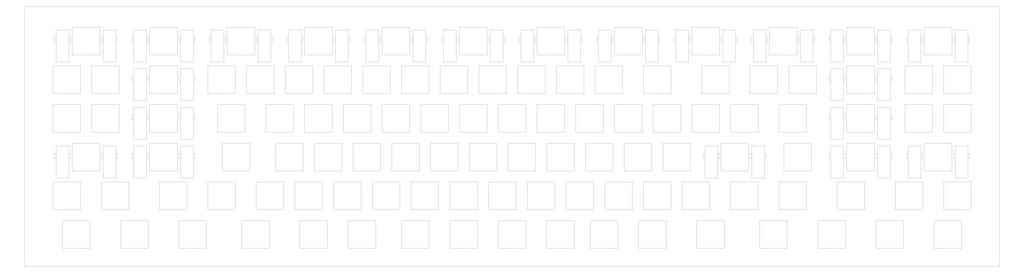
<source format=gbr>
%TF.GenerationSoftware,KiCad,Pcbnew,8.0.3*%
%TF.CreationDate,2024-09-04T12:10:52+03:00*%
%TF.ProjectId,SpaceCadet,53706163-6543-4616-9465-742e6b696361,rev?*%
%TF.SameCoordinates,Original*%
%TF.FileFunction,AssemblyDrawing,Bot*%
%FSLAX46Y46*%
G04 Gerber Fmt 4.6, Leading zero omitted, Abs format (unit mm)*
G04 Created by KiCad (PCBNEW 8.0.3) date 2024-09-04 12:10:52*
%MOMM*%
%LPD*%
G01*
G04 APERTURE LIST*
%ADD10C,0.100000*%
%TA.AperFunction,Profile*%
%ADD11C,0.100000*%
%TD*%
G04 APERTURE END LIST*
D10*
X186151180Y-27210000D02*
X186951180Y-27210000D01*
X186951180Y-29410000D01*
X186151180Y-29410000D01*
X186151180Y-27210000D01*
X186951070Y-23510000D02*
X193251070Y-23510000D01*
X193251070Y-39310000D01*
X186951070Y-39310000D01*
X186951070Y-23510000D01*
X193251203Y-27210000D02*
X194051203Y-27210000D01*
X194051203Y-29410000D01*
X193251203Y-29410000D01*
X193251203Y-27210000D01*
X194861070Y-22205000D02*
X208431070Y-22205000D01*
X208431070Y-35775000D01*
X194861070Y-35775000D01*
X194861070Y-22205000D01*
X209234326Y-27210000D02*
X210034326Y-27210000D01*
X210034326Y-29410000D01*
X209234326Y-29410000D01*
X209234326Y-27210000D01*
X210034070Y-23510000D02*
X216334070Y-23510000D01*
X216334070Y-39310000D01*
X210034070Y-39310000D01*
X210034070Y-23510000D01*
X216334246Y-27210000D02*
X217134246Y-27210000D01*
X217134246Y-29410000D01*
X216334246Y-29410000D01*
X216334246Y-27210000D01*
X33751168Y-27210000D02*
X34551168Y-27210000D01*
X34551168Y-29410000D01*
X33751168Y-29410000D01*
X33751168Y-27210000D01*
X34551058Y-23510000D02*
X40851058Y-23510000D01*
X40851058Y-39310000D01*
X34551058Y-39310000D01*
X34551058Y-23510000D01*
X40851191Y-27210000D02*
X41651191Y-27210000D01*
X41651191Y-29410000D01*
X40851191Y-29410000D01*
X40851191Y-27210000D01*
X42461058Y-22205000D02*
X56031058Y-22205000D01*
X56031058Y-35775000D01*
X42461058Y-35775000D01*
X42461058Y-22205000D01*
X56834314Y-27210000D02*
X57634314Y-27210000D01*
X57634314Y-29410000D01*
X56834314Y-29410000D01*
X56834314Y-27210000D01*
X57634058Y-23510000D02*
X63934058Y-23510000D01*
X63934058Y-39310000D01*
X57634058Y-39310000D01*
X57634058Y-23510000D01*
X63934234Y-27210000D02*
X64734234Y-27210000D01*
X64734234Y-29410000D01*
X63934234Y-29410000D01*
X63934234Y-27210000D01*
X224251190Y-27210000D02*
X225051190Y-27210000D01*
X225051190Y-29410000D01*
X224251190Y-29410000D01*
X224251190Y-27210000D01*
X225051080Y-23510000D02*
X231351080Y-23510000D01*
X231351080Y-39310000D01*
X225051080Y-39310000D01*
X225051080Y-23510000D01*
X231351213Y-27210000D02*
X232151213Y-27210000D01*
X232151213Y-29410000D01*
X231351213Y-29410000D01*
X231351213Y-27210000D01*
X232961080Y-22205000D02*
X246531080Y-22205000D01*
X246531080Y-35775000D01*
X232961080Y-35775000D01*
X232961080Y-22205000D01*
X247334336Y-27210000D02*
X248134336Y-27210000D01*
X248134336Y-29410000D01*
X247334336Y-29410000D01*
X247334336Y-27210000D01*
X248134080Y-23510000D02*
X254434080Y-23510000D01*
X254434080Y-39310000D01*
X248134080Y-39310000D01*
X248134080Y-23510000D01*
X254434256Y-27210000D02*
X255234256Y-27210000D01*
X255234256Y-29410000D01*
X254434256Y-29410000D01*
X254434256Y-27210000D01*
X414751080Y-27210000D02*
X415551080Y-27210000D01*
X415551080Y-29410000D01*
X414751080Y-29410000D01*
X414751080Y-27210000D01*
X415550970Y-23510000D02*
X421850970Y-23510000D01*
X421850970Y-39310000D01*
X415550970Y-39310000D01*
X415550970Y-23510000D01*
X421851103Y-27210000D02*
X422651103Y-27210000D01*
X422651103Y-29410000D01*
X421851103Y-29410000D01*
X421851103Y-27210000D01*
X423460970Y-22205000D02*
X437030970Y-22205000D01*
X437030970Y-35775000D01*
X423460970Y-35775000D01*
X423460970Y-22205000D01*
X437834226Y-27210000D02*
X438634226Y-27210000D01*
X438634226Y-29410000D01*
X437834226Y-29410000D01*
X437834226Y-27210000D01*
X438633970Y-23510000D02*
X444933970Y-23510000D01*
X444933970Y-39310000D01*
X438633970Y-39310000D01*
X438633970Y-23510000D01*
X444934146Y-27210000D02*
X445734146Y-27210000D01*
X445734146Y-29410000D01*
X444934146Y-29410000D01*
X444934146Y-27210000D01*
X452850950Y-84359994D02*
X453650950Y-84359994D01*
X453650950Y-86559994D01*
X452850950Y-86559994D01*
X452850950Y-84359994D01*
X453650840Y-80659994D02*
X459950840Y-80659994D01*
X459950840Y-96459994D01*
X453650840Y-96459994D01*
X453650840Y-80659994D01*
X459950973Y-84359994D02*
X460750973Y-84359994D01*
X460750973Y-86559994D01*
X459950973Y-86559994D01*
X459950973Y-84359994D01*
X461560840Y-79354994D02*
X475130840Y-79354994D01*
X475130840Y-92924994D01*
X461560840Y-92924994D01*
X461560840Y-79354994D01*
X475934096Y-84359994D02*
X476734096Y-84359994D01*
X476734096Y-86559994D01*
X475934096Y-86559994D01*
X475934096Y-84359994D01*
X476733840Y-80659994D02*
X483033840Y-80659994D01*
X483033840Y-96459994D01*
X476733840Y-96459994D01*
X476733840Y-80659994D01*
X483034016Y-84359994D02*
X483834016Y-84359994D01*
X483834016Y-86559994D01*
X483034016Y-86559994D01*
X483034016Y-84359994D01*
X71851160Y-84359994D02*
X72651160Y-84359994D01*
X72651160Y-86559994D01*
X71851160Y-86559994D01*
X71851160Y-84359994D01*
X72651050Y-80659994D02*
X78951050Y-80659994D01*
X78951050Y-96459994D01*
X72651050Y-96459994D01*
X72651050Y-80659994D01*
X78951183Y-84359994D02*
X79751183Y-84359994D01*
X79751183Y-86559994D01*
X78951183Y-86559994D01*
X78951183Y-84359994D01*
X80561050Y-79354994D02*
X94131050Y-79354994D01*
X94131050Y-92924994D01*
X80561050Y-92924994D01*
X80561050Y-79354994D01*
X94934306Y-84359994D02*
X95734306Y-84359994D01*
X95734306Y-86559994D01*
X94934306Y-86559994D01*
X94934306Y-84359994D01*
X95734050Y-80659994D02*
X102034050Y-80659994D01*
X102034050Y-96459994D01*
X95734050Y-96459994D01*
X95734050Y-80659994D01*
X102034226Y-84359994D02*
X102834226Y-84359994D01*
X102834226Y-86559994D01*
X102034226Y-86559994D01*
X102034226Y-84359994D01*
X33751168Y-84359994D02*
X34551168Y-84359994D01*
X34551168Y-86559994D01*
X33751168Y-86559994D01*
X33751168Y-84359994D01*
X34551058Y-80659994D02*
X40851058Y-80659994D01*
X40851058Y-96459994D01*
X34551058Y-96459994D01*
X34551058Y-80659994D01*
X40851191Y-84359994D02*
X41651191Y-84359994D01*
X41651191Y-86559994D01*
X40851191Y-86559994D01*
X40851191Y-84359994D01*
X42461058Y-79354994D02*
X56031058Y-79354994D01*
X56031058Y-92924994D01*
X42461058Y-92924994D01*
X42461058Y-79354994D01*
X56834314Y-84359994D02*
X57634314Y-84359994D01*
X57634314Y-86559994D01*
X56834314Y-86559994D01*
X56834314Y-84359994D01*
X57634058Y-80659994D02*
X63934058Y-80659994D01*
X63934058Y-96459994D01*
X57634058Y-96459994D01*
X57634058Y-80659994D01*
X63934234Y-84359994D02*
X64734234Y-84359994D01*
X64734234Y-86559994D01*
X63934234Y-86559994D01*
X63934234Y-84359994D01*
X300451150Y-27210000D02*
X301251150Y-27210000D01*
X301251150Y-29410000D01*
X300451150Y-29410000D01*
X300451150Y-27210000D01*
X301251040Y-23510000D02*
X307551040Y-23510000D01*
X307551040Y-39310000D01*
X301251040Y-39310000D01*
X301251040Y-23510000D01*
X307551173Y-27210000D02*
X308351173Y-27210000D01*
X308351173Y-29410000D01*
X307551173Y-29410000D01*
X307551173Y-27210000D01*
X309161040Y-22205000D02*
X322731040Y-22205000D01*
X322731040Y-35775000D01*
X309161040Y-35775000D01*
X309161040Y-22205000D01*
X323534296Y-27210000D02*
X324334296Y-27210000D01*
X324334296Y-29410000D01*
X323534296Y-29410000D01*
X323534296Y-27210000D01*
X324334040Y-23510000D02*
X330634040Y-23510000D01*
X330634040Y-39310000D01*
X324334040Y-39310000D01*
X324334040Y-23510000D01*
X330634216Y-27210000D02*
X331434216Y-27210000D01*
X331434216Y-29410000D01*
X330634216Y-29410000D01*
X330634216Y-27210000D01*
X452851050Y-27210000D02*
X453651050Y-27210000D01*
X453651050Y-29410000D01*
X452851050Y-29410000D01*
X452851050Y-27210000D01*
X453650940Y-23510000D02*
X459950940Y-23510000D01*
X459950940Y-39310000D01*
X453650940Y-39310000D01*
X453650940Y-23510000D01*
X459951073Y-27210000D02*
X460751073Y-27210000D01*
X460751073Y-29410000D01*
X459951073Y-29410000D01*
X459951073Y-27210000D01*
X461560940Y-22205000D02*
X475130940Y-22205000D01*
X475130940Y-35775000D01*
X461560940Y-35775000D01*
X461560940Y-22205000D01*
X475934196Y-27210000D02*
X476734196Y-27210000D01*
X476734196Y-29410000D01*
X475934196Y-29410000D01*
X475934196Y-27210000D01*
X476733940Y-23510000D02*
X483033940Y-23510000D01*
X483033940Y-39310000D01*
X476733940Y-39310000D01*
X476733940Y-23510000D01*
X483034116Y-27210000D02*
X483834116Y-27210000D01*
X483834116Y-29410000D01*
X483034116Y-29410000D01*
X483034116Y-27210000D01*
X148051170Y-27210000D02*
X148851170Y-27210000D01*
X148851170Y-29410000D01*
X148051170Y-29410000D01*
X148051170Y-27210000D01*
X148851060Y-23510000D02*
X155151060Y-23510000D01*
X155151060Y-39310000D01*
X148851060Y-39310000D01*
X148851060Y-23510000D01*
X155151193Y-27210000D02*
X155951193Y-27210000D01*
X155951193Y-29410000D01*
X155151193Y-29410000D01*
X155151193Y-27210000D01*
X156761060Y-22205000D02*
X170331060Y-22205000D01*
X170331060Y-35775000D01*
X156761060Y-35775000D01*
X156761060Y-22205000D01*
X171134316Y-27210000D02*
X171934316Y-27210000D01*
X171934316Y-29410000D01*
X171134316Y-29410000D01*
X171134316Y-27210000D01*
X171934060Y-23510000D02*
X178234060Y-23510000D01*
X178234060Y-39310000D01*
X171934060Y-39310000D01*
X171934060Y-23510000D01*
X178234236Y-27210000D02*
X179034236Y-27210000D01*
X179034236Y-29410000D01*
X178234236Y-29410000D01*
X178234236Y-27210000D01*
X338551130Y-27210000D02*
X339351130Y-27210000D01*
X339351130Y-29410000D01*
X338551130Y-29410000D01*
X338551130Y-27210000D01*
X339351020Y-23510000D02*
X345651020Y-23510000D01*
X345651020Y-39310000D01*
X339351020Y-39310000D01*
X339351020Y-23510000D01*
X345651153Y-27210000D02*
X346451153Y-27210000D01*
X346451153Y-29410000D01*
X345651153Y-29410000D01*
X345651153Y-27210000D01*
X347261020Y-22205000D02*
X360831020Y-22205000D01*
X360831020Y-35775000D01*
X347261020Y-35775000D01*
X347261020Y-22205000D01*
X361634276Y-27210000D02*
X362434276Y-27210000D01*
X362434276Y-29410000D01*
X361634276Y-29410000D01*
X361634276Y-27210000D01*
X362434020Y-23510000D02*
X368734020Y-23510000D01*
X368734020Y-39310000D01*
X362434020Y-39310000D01*
X362434020Y-23510000D01*
X368734196Y-27210000D02*
X369534196Y-27210000D01*
X369534196Y-29410000D01*
X368734196Y-29410000D01*
X368734196Y-27210000D01*
X71851160Y-27210000D02*
X72651160Y-27210000D01*
X72651160Y-29410000D01*
X71851160Y-29410000D01*
X71851160Y-27210000D01*
X72651050Y-23510000D02*
X78951050Y-23510000D01*
X78951050Y-39310000D01*
X72651050Y-39310000D01*
X72651050Y-23510000D01*
X78951183Y-27210000D02*
X79751183Y-27210000D01*
X79751183Y-29410000D01*
X78951183Y-29410000D01*
X78951183Y-27210000D01*
X80561050Y-22205000D02*
X94131050Y-22205000D01*
X94131050Y-35775000D01*
X80561050Y-35775000D01*
X80561050Y-22205000D01*
X94934306Y-27210000D02*
X95734306Y-27210000D01*
X95734306Y-29410000D01*
X94934306Y-29410000D01*
X94934306Y-27210000D01*
X95734050Y-23510000D02*
X102034050Y-23510000D01*
X102034050Y-39310000D01*
X95734050Y-39310000D01*
X95734050Y-23510000D01*
X102034226Y-27210000D02*
X102834226Y-27210000D01*
X102834226Y-29410000D01*
X102034226Y-29410000D01*
X102034226Y-27210000D01*
X71851180Y-46259997D02*
X72651180Y-46259997D01*
X72651180Y-48459997D01*
X71851180Y-48459997D01*
X71851180Y-46259997D01*
X72651070Y-42559997D02*
X78951070Y-42559997D01*
X78951070Y-58359997D01*
X72651070Y-58359997D01*
X72651070Y-42559997D01*
X78951203Y-46259997D02*
X79751203Y-46259997D01*
X79751203Y-48459997D01*
X78951203Y-48459997D01*
X78951203Y-46259997D01*
X80561070Y-41254997D02*
X94131070Y-41254997D01*
X94131070Y-54824997D01*
X80561070Y-54824997D01*
X80561070Y-41254997D01*
X94934326Y-46259997D02*
X95734326Y-46259997D01*
X95734326Y-48459997D01*
X94934326Y-48459997D01*
X94934326Y-46259997D01*
X95734070Y-42559997D02*
X102034070Y-42559997D01*
X102034070Y-58359997D01*
X95734070Y-58359997D01*
X95734070Y-42559997D01*
X102034246Y-46259997D02*
X102834246Y-46259997D01*
X102834246Y-48459997D01*
X102034246Y-48459997D01*
X102034246Y-46259997D01*
X414750990Y-84359994D02*
X415550990Y-84359994D01*
X415550990Y-86559994D01*
X414750990Y-86559994D01*
X414750990Y-84359994D01*
X415550880Y-80659994D02*
X421850880Y-80659994D01*
X421850880Y-96459994D01*
X415550880Y-96459994D01*
X415550880Y-80659994D01*
X421851013Y-84359994D02*
X422651013Y-84359994D01*
X422651013Y-86559994D01*
X421851013Y-86559994D01*
X421851013Y-84359994D01*
X423460880Y-79354994D02*
X437030880Y-79354994D01*
X437030880Y-92924994D01*
X423460880Y-92924994D01*
X423460880Y-79354994D01*
X437834136Y-84359994D02*
X438634136Y-84359994D01*
X438634136Y-86559994D01*
X437834136Y-86559994D01*
X437834136Y-84359994D01*
X438633880Y-80659994D02*
X444933880Y-80659994D01*
X444933880Y-96459994D01*
X438633880Y-96459994D01*
X438633880Y-80659994D01*
X444934056Y-84359994D02*
X445734056Y-84359994D01*
X445734056Y-86559994D01*
X444934056Y-86559994D01*
X444934056Y-84359994D01*
X376651100Y-27210000D02*
X377451100Y-27210000D01*
X377451100Y-29410000D01*
X376651100Y-29410000D01*
X376651100Y-27210000D01*
X377450990Y-23510000D02*
X383750990Y-23510000D01*
X383750990Y-39310000D01*
X377450990Y-39310000D01*
X377450990Y-23510000D01*
X383751123Y-27210000D02*
X384551123Y-27210000D01*
X384551123Y-29410000D01*
X383751123Y-29410000D01*
X383751123Y-27210000D01*
X385360990Y-22205000D02*
X398930990Y-22205000D01*
X398930990Y-35775000D01*
X385360990Y-35775000D01*
X385360990Y-22205000D01*
X399734246Y-27210000D02*
X400534246Y-27210000D01*
X400534246Y-29410000D01*
X399734246Y-29410000D01*
X399734246Y-27210000D01*
X400533990Y-23510000D02*
X406833990Y-23510000D01*
X406833990Y-39310000D01*
X400533990Y-39310000D01*
X400533990Y-23510000D01*
X406834166Y-27210000D02*
X407634166Y-27210000D01*
X407634166Y-29410000D01*
X406834166Y-29410000D01*
X406834166Y-27210000D01*
X262351180Y-27210000D02*
X263151180Y-27210000D01*
X263151180Y-29410000D01*
X262351180Y-29410000D01*
X262351180Y-27210000D01*
X263151070Y-23510000D02*
X269451070Y-23510000D01*
X269451070Y-39310000D01*
X263151070Y-39310000D01*
X263151070Y-23510000D01*
X269451203Y-27210000D02*
X270251203Y-27210000D01*
X270251203Y-29410000D01*
X269451203Y-29410000D01*
X269451203Y-27210000D01*
X271061070Y-22205000D02*
X284631070Y-22205000D01*
X284631070Y-35775000D01*
X271061070Y-35775000D01*
X271061070Y-22205000D01*
X285434326Y-27210000D02*
X286234326Y-27210000D01*
X286234326Y-29410000D01*
X285434326Y-29410000D01*
X285434326Y-27210000D01*
X286234070Y-23510000D02*
X292534070Y-23510000D01*
X292534070Y-39310000D01*
X286234070Y-39310000D01*
X286234070Y-23510000D01*
X292534246Y-27210000D02*
X293334246Y-27210000D01*
X293334246Y-29410000D01*
X292534246Y-29410000D01*
X292534246Y-27210000D01*
X352838510Y-84359994D02*
X353638510Y-84359994D01*
X353638510Y-86559994D01*
X352838510Y-86559994D01*
X352838510Y-84359994D01*
X353638400Y-80659994D02*
X359938400Y-80659994D01*
X359938400Y-96459994D01*
X353638400Y-96459994D01*
X353638400Y-80659994D01*
X359938533Y-84359994D02*
X360738533Y-84359994D01*
X360738533Y-86559994D01*
X359938533Y-86559994D01*
X359938533Y-84359994D01*
X361548400Y-79354994D02*
X375118400Y-79354994D01*
X375118400Y-92924994D01*
X361548400Y-92924994D01*
X361548400Y-79354994D01*
X375921656Y-84359994D02*
X376721656Y-84359994D01*
X376721656Y-86559994D01*
X375921656Y-86559994D01*
X375921656Y-84359994D01*
X376721400Y-80659994D02*
X383021400Y-80659994D01*
X383021400Y-96459994D01*
X376721400Y-96459994D01*
X376721400Y-80659994D01*
X383021576Y-84359994D02*
X383821576Y-84359994D01*
X383821576Y-86559994D01*
X383021576Y-86559994D01*
X383021576Y-84359994D01*
X414751050Y-46259997D02*
X415551050Y-46259997D01*
X415551050Y-48459997D01*
X414751050Y-48459997D01*
X414751050Y-46259997D01*
X415550940Y-42559997D02*
X421850940Y-42559997D01*
X421850940Y-58359997D01*
X415550940Y-58359997D01*
X415550940Y-42559997D01*
X421851073Y-46259997D02*
X422651073Y-46259997D01*
X422651073Y-48459997D01*
X421851073Y-48459997D01*
X421851073Y-46259997D01*
X423460940Y-41254997D02*
X437030940Y-41254997D01*
X437030940Y-54824997D01*
X423460940Y-54824997D01*
X423460940Y-41254997D01*
X437834196Y-46259997D02*
X438634196Y-46259997D01*
X438634196Y-48459997D01*
X437834196Y-48459997D01*
X437834196Y-46259997D01*
X438633940Y-42559997D02*
X444933940Y-42559997D01*
X444933940Y-58359997D01*
X438633940Y-58359997D01*
X438633940Y-42559997D01*
X444934116Y-46259997D02*
X445734116Y-46259997D01*
X445734116Y-48459997D01*
X444934116Y-48459997D01*
X444934116Y-46259997D01*
X71851180Y-65310004D02*
X72651180Y-65310004D01*
X72651180Y-67510004D01*
X71851180Y-67510004D01*
X71851180Y-65310004D01*
X72651070Y-61610004D02*
X78951070Y-61610004D01*
X78951070Y-77410004D01*
X72651070Y-77410004D01*
X72651070Y-61610004D01*
X78951203Y-65310004D02*
X79751203Y-65310004D01*
X79751203Y-67510004D01*
X78951203Y-67510004D01*
X78951203Y-65310004D01*
X80561070Y-60305004D02*
X94131070Y-60305004D01*
X94131070Y-73875004D01*
X80561070Y-73875004D01*
X80561070Y-60305004D01*
X94934326Y-65310004D02*
X95734326Y-65310004D01*
X95734326Y-67510004D01*
X94934326Y-67510004D01*
X94934326Y-65310004D01*
X95734070Y-61610004D02*
X102034070Y-61610004D01*
X102034070Y-77410004D01*
X95734070Y-77410004D01*
X95734070Y-61610004D01*
X102034246Y-65310004D02*
X102834246Y-65310004D01*
X102834246Y-67510004D01*
X102034246Y-67510004D01*
X102034246Y-65310004D01*
X414751020Y-65310004D02*
X415551020Y-65310004D01*
X415551020Y-67510004D01*
X414751020Y-67510004D01*
X414751020Y-65310004D01*
X415550910Y-61610004D02*
X421850910Y-61610004D01*
X421850910Y-77410004D01*
X415550910Y-77410004D01*
X415550910Y-61610004D01*
X421851043Y-65310004D02*
X422651043Y-65310004D01*
X422651043Y-67510004D01*
X421851043Y-67510004D01*
X421851043Y-65310004D01*
X423460910Y-60305004D02*
X437030910Y-60305004D01*
X437030910Y-73875004D01*
X423460910Y-73875004D01*
X423460910Y-60305004D01*
X437834166Y-65310004D02*
X438634166Y-65310004D01*
X438634166Y-67510004D01*
X437834166Y-67510004D01*
X437834166Y-65310004D01*
X438633910Y-61610004D02*
X444933910Y-61610004D01*
X444933910Y-77410004D01*
X438633910Y-77410004D01*
X438633910Y-61610004D01*
X444934086Y-65310004D02*
X445734086Y-65310004D01*
X445734086Y-67510004D01*
X444934086Y-67510004D01*
X444934086Y-65310004D01*
X109951170Y-27210000D02*
X110751170Y-27210000D01*
X110751170Y-29410000D01*
X109951170Y-29410000D01*
X109951170Y-27210000D01*
X110751060Y-23510000D02*
X117051060Y-23510000D01*
X117051060Y-39310000D01*
X110751060Y-39310000D01*
X110751060Y-23510000D01*
X117051193Y-27210000D02*
X117851193Y-27210000D01*
X117851193Y-29410000D01*
X117051193Y-29410000D01*
X117051193Y-27210000D01*
X118661060Y-22205000D02*
X132231060Y-22205000D01*
X132231060Y-35775000D01*
X118661060Y-35775000D01*
X118661060Y-22205000D01*
X133034316Y-27210000D02*
X133834316Y-27210000D01*
X133834316Y-29410000D01*
X133034316Y-29410000D01*
X133034316Y-27210000D01*
X133834060Y-23510000D02*
X140134060Y-23510000D01*
X140134060Y-39310000D01*
X133834060Y-39310000D01*
X133834060Y-23510000D01*
X140134236Y-27210000D02*
X140934236Y-27210000D01*
X140934236Y-29410000D01*
X140134236Y-29410000D01*
X140134236Y-27210000D01*
X37698560Y-117455004D02*
X51268560Y-117455004D01*
X51268560Y-131025004D01*
X37698560Y-131025004D01*
X37698560Y-117455004D01*
X147236060Y-41254997D02*
X160806060Y-41254997D01*
X160806060Y-54824997D01*
X147236060Y-54824997D01*
X147236060Y-41254997D01*
X304398470Y-98404999D02*
X317968470Y-98404999D01*
X317968470Y-111974999D01*
X304398470Y-111974999D01*
X304398470Y-98404999D01*
X154379810Y-117455004D02*
X167949810Y-117455004D01*
X167949810Y-131025004D01*
X154379810Y-131025004D01*
X154379810Y-117455004D01*
X466323610Y-117455004D02*
X479893610Y-117455004D01*
X479893610Y-131025004D01*
X466323610Y-131025004D01*
X466323610Y-117455004D01*
X347260940Y-60305004D02*
X360830940Y-60305004D01*
X360830940Y-73875004D01*
X347260940Y-73875004D01*
X347260940Y-60305004D01*
X204386020Y-41254997D02*
X217956020Y-41254997D01*
X217956020Y-54824997D01*
X204386020Y-54824997D01*
X204386020Y-41254997D01*
X175811040Y-60305004D02*
X189381040Y-60305004D01*
X189381040Y-73875004D01*
X175811040Y-73875004D01*
X175811040Y-60305004D01*
X352023470Y-41254997D02*
X365593470Y-41254997D01*
X365593470Y-54824997D01*
X352023470Y-54824997D01*
X352023470Y-41254997D01*
X223436010Y-41254997D02*
X237006010Y-41254997D01*
X237006010Y-54824997D01*
X223436010Y-54824997D01*
X223436010Y-41254997D01*
X447273470Y-98404999D02*
X460843470Y-98404999D01*
X460843470Y-111974999D01*
X447273470Y-111974999D01*
X447273470Y-98404999D01*
X51986063Y-41254997D02*
X65556063Y-41254997D01*
X65556063Y-54824997D01*
X51986063Y-54824997D01*
X51986063Y-41254997D01*
X66273560Y-117455004D02*
X79843560Y-117455004D01*
X79843560Y-131025004D01*
X66273560Y-131025004D01*
X66273560Y-117455004D01*
X161523530Y-79354994D02*
X175093530Y-79354994D01*
X175093530Y-92924994D01*
X161523530Y-92924994D01*
X161523530Y-79354994D01*
X309160940Y-60305004D02*
X322730940Y-60305004D01*
X322730940Y-73875004D01*
X309160940Y-73875004D01*
X309160940Y-60305004D01*
X332973420Y-79354994D02*
X346543420Y-79354994D01*
X346543420Y-92924994D01*
X332973420Y-92924994D01*
X332973420Y-79354994D01*
X142473540Y-79354994D02*
X156043540Y-79354994D01*
X156043540Y-92924994D01*
X142473540Y-92924994D01*
X142473540Y-79354994D01*
X297254790Y-117455004D02*
X310824790Y-117455004D01*
X310824790Y-131025004D01*
X297254790Y-131025004D01*
X297254790Y-117455004D01*
X185336030Y-41254997D02*
X198906030Y-41254997D01*
X198906030Y-54824997D01*
X185336030Y-54824997D01*
X185336030Y-41254997D01*
X418698460Y-98404999D02*
X432268460Y-98404999D01*
X432268460Y-111974999D01*
X418698460Y-111974999D01*
X418698460Y-98404999D01*
X194861020Y-60305004D02*
X208431020Y-60305004D01*
X208431020Y-73875004D01*
X194861020Y-73875004D01*
X194861020Y-60305004D01*
X256773470Y-79354994D02*
X270343470Y-79354994D01*
X270343470Y-92924994D01*
X256773470Y-92924994D01*
X256773470Y-79354994D01*
X237723480Y-79354994D02*
X251293480Y-79354994D01*
X251293480Y-92924994D01*
X237723480Y-92924994D01*
X237723480Y-79354994D01*
X261535980Y-41254997D02*
X275105980Y-41254997D01*
X275105980Y-54824997D01*
X261535980Y-54824997D01*
X261535980Y-41254997D01*
X94848560Y-117455004D02*
X108418560Y-117455004D01*
X108418560Y-131025004D01*
X94848560Y-131025004D01*
X94848560Y-117455004D01*
X394885960Y-41254997D02*
X408455960Y-41254997D01*
X408455960Y-54824997D01*
X394885960Y-54824997D01*
X394885960Y-41254997D01*
X204382300Y-117425004D02*
X217952300Y-117425004D01*
X217952300Y-131025004D01*
X204382300Y-131025004D01*
X204382300Y-117425004D01*
X228202300Y-117445004D02*
X241772300Y-117445004D01*
X241772300Y-131025004D01*
X228202300Y-131025004D01*
X228202300Y-117445004D01*
X252007300Y-117455004D02*
X265577300Y-117455004D01*
X265577300Y-131025004D01*
X252007300Y-131025004D01*
X252007300Y-117455004D01*
X275797300Y-117455004D02*
X289367300Y-117455004D01*
X289367300Y-131025004D01*
X275797300Y-131025004D01*
X275797300Y-117455004D01*
X266298490Y-98404999D02*
X279868490Y-98404999D01*
X279868490Y-111974999D01*
X266298490Y-111974999D01*
X266298490Y-98404999D01*
X113898570Y-60305004D02*
X127468570Y-60305004D01*
X127468570Y-73875004D01*
X113898570Y-73875004D01*
X113898570Y-60305004D01*
X275823460Y-79354994D02*
X289393460Y-79354994D01*
X289393460Y-92924994D01*
X275823460Y-92924994D01*
X275823460Y-79354994D01*
X452035920Y-41254997D02*
X465605920Y-41254997D01*
X465605920Y-54824997D01*
X452035920Y-54824997D01*
X452035920Y-41254997D01*
X228198500Y-98404999D02*
X241768500Y-98404999D01*
X241768500Y-111974999D01*
X228198500Y-111974999D01*
X228198500Y-98404999D01*
X109136070Y-41254997D02*
X122706070Y-41254997D01*
X122706070Y-54824997D01*
X109136070Y-54824997D01*
X109136070Y-41254997D01*
X171048540Y-98404999D02*
X184618540Y-98404999D01*
X184618540Y-111974999D01*
X171048540Y-111974999D01*
X171048540Y-98404999D01*
X218673490Y-79354994D02*
X232243490Y-79354994D01*
X232243490Y-92924994D01*
X218673490Y-92924994D01*
X218673490Y-79354994D01*
X32936060Y-41254997D02*
X46506060Y-41254997D01*
X46506060Y-54824997D01*
X32936060Y-54824997D01*
X32936060Y-41254997D01*
X342494700Y-98404999D02*
X356064700Y-98404999D01*
X356064700Y-111974999D01*
X342494700Y-111974999D01*
X342494700Y-98404999D01*
X366284700Y-98404999D02*
X379854700Y-98404999D01*
X379854700Y-111974999D01*
X366284700Y-111974999D01*
X366284700Y-98404999D01*
X252010990Y-60305004D02*
X265580990Y-60305004D01*
X265580990Y-73875004D01*
X252010990Y-73875004D01*
X252010990Y-60305004D01*
X232961000Y-60305004D02*
X246531000Y-60305004D01*
X246531000Y-73875004D01*
X232961000Y-73875004D01*
X232961000Y-60305004D01*
X156761050Y-60305004D02*
X170331050Y-60305004D01*
X170331050Y-73875004D01*
X156761050Y-73875004D01*
X156761050Y-60305004D01*
X180573520Y-79354994D02*
X194143520Y-79354994D01*
X194143520Y-92924994D01*
X180573520Y-92924994D01*
X180573520Y-79354994D01*
X380598570Y-117455004D02*
X394168570Y-117455004D01*
X394168570Y-131025004D01*
X380598570Y-131025004D01*
X380598570Y-117455004D01*
X328210940Y-60305004D02*
X341780940Y-60305004D01*
X341780940Y-73875004D01*
X328210940Y-73875004D01*
X328210940Y-60305004D01*
X390123410Y-60305004D02*
X403693410Y-60305004D01*
X403693410Y-73875004D01*
X390123410Y-73875004D01*
X390123410Y-60305004D01*
X471085970Y-98404999D02*
X484655970Y-98404999D01*
X484655970Y-111974999D01*
X471085970Y-111974999D01*
X471085970Y-98404999D01*
X213911010Y-60305004D02*
X227481010Y-60305004D01*
X227481010Y-73875004D01*
X213911010Y-73875004D01*
X213911010Y-60305004D01*
X392504640Y-79354994D02*
X406074640Y-79354994D01*
X406074640Y-92924994D01*
X392504640Y-92924994D01*
X392504640Y-79354994D01*
X151998550Y-98404999D02*
X165568550Y-98404999D01*
X165568550Y-111974999D01*
X151998550Y-111974999D01*
X151998550Y-98404999D01*
X178192310Y-117455004D02*
X191762310Y-117455004D01*
X191762310Y-131025004D01*
X178192310Y-131025004D01*
X178192310Y-117455004D01*
X247248490Y-98404999D02*
X260818490Y-98404999D01*
X260818490Y-111974999D01*
X247248490Y-111974999D01*
X247248490Y-98404999D01*
X366310910Y-60305004D02*
X379880910Y-60305004D01*
X379880910Y-73875004D01*
X366310910Y-73875004D01*
X366310910Y-60305004D01*
X280585970Y-41254997D02*
X294155970Y-41254997D01*
X294155970Y-54824997D01*
X280585970Y-54824997D01*
X280585970Y-41254997D01*
X294873440Y-79354994D02*
X308443440Y-79354994D01*
X308443440Y-92924994D01*
X294873440Y-92924994D01*
X294873440Y-79354994D01*
X323448460Y-41254997D02*
X337018460Y-41254997D01*
X337018460Y-54824997D01*
X323448460Y-54824997D01*
X323448460Y-41254997D01*
X125804810Y-117455004D02*
X139374810Y-117455004D01*
X139374810Y-131025004D01*
X125804810Y-131025004D01*
X125804810Y-117455004D01*
X32936060Y-98404999D02*
X46506060Y-98404999D01*
X46506060Y-111974999D01*
X32936060Y-111974999D01*
X32936060Y-98404999D01*
X166286040Y-41254997D02*
X179856040Y-41254997D01*
X179856040Y-54824997D01*
X166286040Y-54824997D01*
X166286040Y-41254997D01*
X313923440Y-79354994D02*
X327493440Y-79354994D01*
X327493440Y-92924994D01*
X313923440Y-92924994D01*
X313923440Y-79354994D01*
X109132310Y-98404999D02*
X122702310Y-98404999D01*
X122702310Y-111974999D01*
X109132310Y-111974999D01*
X109132310Y-98404999D01*
X132922310Y-98404999D02*
X146492310Y-98404999D01*
X146492310Y-111974999D01*
X132922310Y-111974999D01*
X132922310Y-98404999D01*
X116279800Y-79354994D02*
X129849800Y-79354994D01*
X129849800Y-92924994D01*
X116279800Y-92924994D01*
X116279800Y-79354994D01*
X323448460Y-98404999D02*
X337018460Y-98404999D01*
X337018460Y-111974999D01*
X323448460Y-111974999D01*
X323448460Y-98404999D01*
X242485990Y-41254997D02*
X256055990Y-41254997D01*
X256055990Y-54824997D01*
X242485990Y-54824997D01*
X242485990Y-41254997D01*
X209148520Y-98404999D02*
X222718520Y-98404999D01*
X222718520Y-111974999D01*
X209148520Y-111974999D01*
X209148520Y-98404999D01*
X471085910Y-41254997D02*
X484655910Y-41254997D01*
X484655910Y-54824997D01*
X471085910Y-54824997D01*
X471085910Y-41254997D01*
X471085880Y-60305004D02*
X484655880Y-60305004D01*
X484655880Y-73875004D01*
X471085880Y-73875004D01*
X471085880Y-60305004D01*
X56748560Y-98404999D02*
X70318560Y-98404999D01*
X70318560Y-111974999D01*
X56748560Y-111974999D01*
X56748560Y-98404999D01*
X271060980Y-60305004D02*
X284630980Y-60305004D01*
X284630980Y-73875004D01*
X271060980Y-73875004D01*
X271060980Y-60305004D01*
X290110960Y-60305004D02*
X303680960Y-60305004D01*
X303680960Y-73875004D01*
X290110960Y-73875004D01*
X290110960Y-60305004D01*
X51986063Y-60305004D02*
X65556063Y-60305004D01*
X65556063Y-73875004D01*
X51986063Y-73875004D01*
X51986063Y-60305004D01*
X299635960Y-41254997D02*
X313205960Y-41254997D01*
X313205960Y-54824997D01*
X299635960Y-54824997D01*
X299635960Y-41254997D01*
X85323560Y-98404999D02*
X98893560Y-98404999D01*
X98893560Y-111974999D01*
X85323560Y-111974999D01*
X85323560Y-98404999D01*
X437748600Y-117455004D02*
X451318600Y-117455004D01*
X451318600Y-131025004D01*
X437748600Y-131025004D01*
X437748600Y-117455004D01*
X32936060Y-60305004D02*
X46506060Y-60305004D01*
X46506060Y-73875004D01*
X32936060Y-73875004D01*
X32936060Y-60305004D01*
X349642310Y-117455004D02*
X363212310Y-117455004D01*
X363212310Y-131025004D01*
X349642310Y-131025004D01*
X349642310Y-117455004D01*
X409173590Y-117455004D02*
X422743590Y-117455004D01*
X422743590Y-131025004D01*
X409173590Y-131025004D01*
X409173590Y-117455004D01*
X128186070Y-41254997D02*
X141756070Y-41254997D01*
X141756070Y-54824997D01*
X128186070Y-54824997D01*
X128186070Y-41254997D01*
X321067290Y-117455004D02*
X334637290Y-117455004D01*
X334637290Y-131025004D01*
X321067290Y-131025004D01*
X321067290Y-117455004D01*
X390123440Y-98404999D02*
X403693440Y-98404999D01*
X403693440Y-111974999D01*
X390123440Y-111974999D01*
X390123440Y-98404999D01*
X199623510Y-79354994D02*
X213193510Y-79354994D01*
X213193510Y-92924994D01*
X199623510Y-92924994D01*
X199623510Y-79354994D01*
X137711060Y-60305004D02*
X151281060Y-60305004D01*
X151281060Y-73875004D01*
X137711060Y-73875004D01*
X137711060Y-60305004D01*
X190098530Y-98404999D02*
X203668530Y-98404999D01*
X203668530Y-111974999D01*
X190098530Y-111974999D01*
X190098530Y-98404999D01*
X452035890Y-60305004D02*
X465605890Y-60305004D01*
X465605890Y-73875004D01*
X452035890Y-73875004D01*
X452035890Y-60305004D01*
X375835970Y-41254997D02*
X389405970Y-41254997D01*
X389405970Y-54824997D01*
X375835970Y-54824997D01*
X375835970Y-41254997D01*
X285348480Y-98404999D02*
X298918480Y-98404999D01*
X298918480Y-111974999D01*
X285348480Y-111974999D01*
X285348480Y-98404999D01*
D11*
X19000000Y-12000000D02*
X498626600Y-12000000D01*
X498626600Y-140000000D01*
X19000000Y-140000000D01*
X19000000Y-12000000D01*
M02*

</source>
